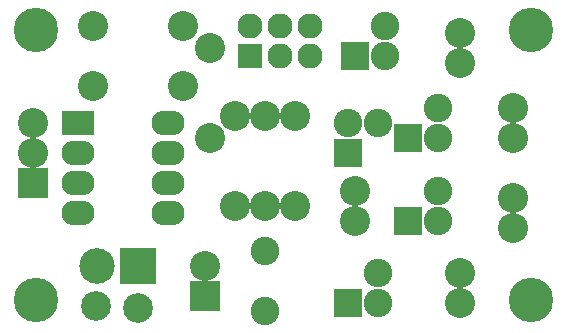
<source format=gbs>
G04 #@! TF.FileFunction,Soldermask,Bot*
%FSLAX46Y46*%
G04 Gerber Fmt 4.6, Leading zero omitted, Abs format (unit mm)*
G04 Created by KiCad (PCBNEW (2015-07-09 BZR 5913, Git 33e1797)-product) date 29/10/2015 17:07:08*
%MOMM*%
G01*
G04 APERTURE LIST*
%ADD10C,0.150000*%
%ADD11R,2.540000X2.540000*%
%ADD12C,2.540000*%
%ADD13C,2.413000*%
%ADD14R,2.794000X2.082800*%
%ADD15O,2.794000X2.082800*%
%ADD16R,3.007360X3.007360*%
%ADD17C,3.007360*%
%ADD18C,2.506980*%
%ADD19R,2.108200X2.108200*%
%ADD20C,2.108200*%
%ADD21R,2.413000X2.413000*%
%ADD22C,3.758000*%
G04 APERTURE END LIST*
D10*
D11*
X56515000Y-82550000D03*
D12*
X56515000Y-80010000D03*
D13*
X61595000Y-83820000D03*
X61595000Y-78740000D03*
D12*
X78105000Y-62865000D03*
X78105000Y-60325000D03*
X82550000Y-69215000D03*
X82550000Y-66675000D03*
X82550000Y-76835000D03*
X82550000Y-74295000D03*
X78105000Y-83185000D03*
X78105000Y-80645000D03*
X69215000Y-76200000D03*
X69215000Y-73660000D03*
D14*
X45720000Y-67945000D03*
D15*
X45720000Y-70485000D03*
X45720000Y-73025000D03*
X45720000Y-75565000D03*
X53340000Y-75565000D03*
X53340000Y-73025000D03*
X53340000Y-70485000D03*
X53340000Y-67945000D03*
D16*
X50800000Y-80010000D03*
D17*
X47371000Y-80010000D03*
D18*
X50800000Y-83566000D03*
X47244000Y-83439000D03*
D19*
X60325000Y-62230000D03*
D20*
X60325000Y-59690000D03*
X62865000Y-62230000D03*
X62865000Y-59690000D03*
X65405000Y-62230000D03*
X65405000Y-59690000D03*
D21*
X68580000Y-70485000D03*
D13*
X71120000Y-67945000D03*
X68580000Y-67945000D03*
D21*
X69215000Y-62230000D03*
D13*
X71755000Y-62230000D03*
X71755000Y-59690000D03*
D21*
X73660000Y-69215000D03*
D13*
X76200000Y-69215000D03*
X76200000Y-66675000D03*
D21*
X73660000Y-76200000D03*
D13*
X76200000Y-76200000D03*
X76200000Y-73660000D03*
D21*
X68580000Y-83185000D03*
D13*
X71120000Y-83185000D03*
X71120000Y-80645000D03*
D12*
X59055000Y-67310000D03*
X59055000Y-74930000D03*
X61595000Y-74930000D03*
X61595000Y-67310000D03*
X56896000Y-69215000D03*
X56896000Y-61595000D03*
X64135000Y-67310000D03*
X64135000Y-74930000D03*
X54610000Y-59690000D03*
X54610000Y-64770000D03*
X46990000Y-59690000D03*
X46990000Y-64770000D03*
D11*
X41910000Y-73025000D03*
D12*
X41910000Y-70485000D03*
X41910000Y-67945000D03*
D22*
X42164000Y-60071000D03*
X84074000Y-60071000D03*
X42164000Y-82931000D03*
X84074000Y-82931000D03*
M02*

</source>
